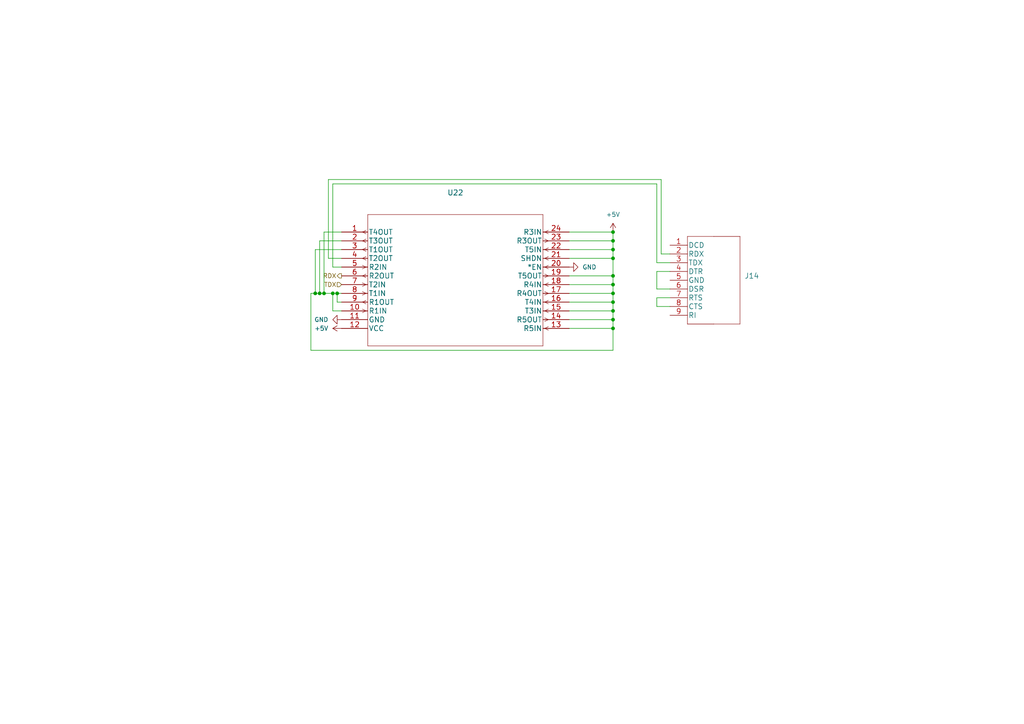
<source format=kicad_sch>
(kicad_sch (version 20211123) (generator eeschema)
  (paper "A4")
  (lib_symbols
    (symbol "DSUB-9:DSUB-9" (pin_names (offset 0.254))
      (property "Reference" "J" (at 8.89 6.35 0))
      (property "Value" "DSUB-9" (at 15.24 -8.89 0))
      (symbol "DSUB-9_1_1"
        (polyline (pts (xy 5.08 2.54) (xy 5.08 -22.86)) (stroke (width 0.127)))
        (polyline (pts (xy 12.7 -22.86) (xy 20.32 -22.86)) (stroke (width 0.127)))
        (polyline (pts (xy 12.7 2.54) (xy 5.08 2.54)) (stroke (width 0.127)))
        (polyline (pts (xy 20.32 -22.86) (xy 20.32 2.54)) (stroke (width 0.127)))
        (rectangle (start 5.08 -22.86) (end 12.7 -22.86))
        (rectangle (start 12.7 2.54) (end 20.32 2.54))
        (pin unspecified line (at 0 0 0) (length 5.08) (name "DCD") (number "1"))
        (pin unspecified line (at 0 -2.54 0) (length 5.08) (name "RDX") (number "2"))
        (pin unspecified line (at 0 -5.08 0) (length 5.08) (name "TDX") (number "3"))
        (pin unspecified line (at 0 -7.62 0) (length 5.08) (name "DTR") (number "4"))
        (pin unspecified line (at 0 -10.16 0) (length 5.08) (name "GND") (number "5"))
        (pin unspecified line (at 0 -12.7 0) (length 5.08) (name "DSR") (number "6"))
        (pin unspecified line (at 0 -15.24 0) (length 5.08) (name "RTS") (number "7"))
        (pin unspecified line (at 0 -17.78 0) (length 5.08) (name "CTS") (number "8"))
        (pin unspecified line (at 0 -20.32 0) (length 5.08) (name "RI") (number "9"))
      )
    )
    (symbol "max235cpg:max235cpg" (pin_names (offset 0.254))
      (property "Reference" "U" (at 33.02 10.16 0))
      (property "Value" "max235cpg" (at 33.02 7.62 0))
      (symbol "max235cpg_1_1"
        (polyline (pts (xy 7.112 -22.86) (xy 6.0452 -23.368)) (stroke (width 0.127)))
        (polyline (pts (xy 7.112 -22.86) (xy 6.0452 -22.352)) (stroke (width 0.127)))
        (polyline (pts (xy 7.112 -20.828) (xy 6.0452 -20.32)) (stroke (width 0.127)))
        (polyline (pts (xy 7.112 -19.812) (xy 6.0452 -20.32)) (stroke (width 0.127)))
        (polyline (pts (xy 7.112 -17.78) (xy 6.0452 -18.288)) (stroke (width 0.127)))
        (polyline (pts (xy 7.112 -17.78) (xy 6.0452 -17.272)) (stroke (width 0.127)))
        (polyline (pts (xy 7.112 -15.24) (xy 6.0452 -15.748)) (stroke (width 0.127)))
        (polyline (pts (xy 7.112 -15.24) (xy 6.0452 -14.732)) (stroke (width 0.127)))
        (polyline (pts (xy 7.112 -13.208) (xy 6.0452 -12.7)) (stroke (width 0.127)))
        (polyline (pts (xy 7.112 -12.192) (xy 6.0452 -12.7)) (stroke (width 0.127)))
        (polyline (pts (xy 7.112 -10.16) (xy 6.0452 -10.668)) (stroke (width 0.127)))
        (polyline (pts (xy 7.112 -10.16) (xy 6.0452 -9.652)) (stroke (width 0.127)))
        (polyline (pts (xy 7.112 -8.128) (xy 6.0452 -7.62)) (stroke (width 0.127)))
        (polyline (pts (xy 7.112 -7.112) (xy 6.0452 -7.62)) (stroke (width 0.127)))
        (polyline (pts (xy 7.112 -5.588) (xy 6.0452 -5.08)) (stroke (width 0.127)))
        (polyline (pts (xy 7.112 -4.572) (xy 6.0452 -5.08)) (stroke (width 0.127)))
        (polyline (pts (xy 7.112 -3.048) (xy 6.0452 -2.54)) (stroke (width 0.127)))
        (polyline (pts (xy 7.112 -2.032) (xy 6.0452 -2.54)) (stroke (width 0.127)))
        (polyline (pts (xy 7.112 -0.508) (xy 6.0452 0)) (stroke (width 0.127)))
        (polyline (pts (xy 7.112 0.508) (xy 6.0452 0)) (stroke (width 0.127)))
        (polyline (pts (xy 7.62 -33.02) (xy 58.42 -33.02)) (stroke (width 0.127)))
        (polyline (pts (xy 7.62 5.08) (xy 7.62 -33.02)) (stroke (width 0.127)))
        (polyline (pts (xy 58.42 -33.02) (xy 58.42 5.08)) (stroke (width 0.127)))
        (polyline (pts (xy 58.42 5.08) (xy 7.62 5.08)) (stroke (width 0.127)))
        (polyline (pts (xy 58.928 -27.94) (xy 59.9948 -28.448)) (stroke (width 0.127)))
        (polyline (pts (xy 58.928 -27.94) (xy 59.9948 -27.432)) (stroke (width 0.127)))
        (polyline (pts (xy 58.928 -25.908) (xy 59.9948 -25.4)) (stroke (width 0.127)))
        (polyline (pts (xy 58.928 -24.892) (xy 59.9948 -25.4)) (stroke (width 0.127)))
        (polyline (pts (xy 58.928 -22.86) (xy 59.9948 -23.368)) (stroke (width 0.127)))
        (polyline (pts (xy 58.928 -22.86) (xy 59.9948 -22.352)) (stroke (width 0.127)))
        (polyline (pts (xy 58.928 -20.32) (xy 59.9948 -20.828)) (stroke (width 0.127)))
        (polyline (pts (xy 58.928 -20.32) (xy 59.9948 -19.812)) (stroke (width 0.127)))
        (polyline (pts (xy 58.928 -18.288) (xy 59.9948 -17.78)) (stroke (width 0.127)))
        (polyline (pts (xy 58.928 -17.272) (xy 59.9948 -17.78)) (stroke (width 0.127)))
        (polyline (pts (xy 58.928 -15.24) (xy 59.9948 -15.748)) (stroke (width 0.127)))
        (polyline (pts (xy 58.928 -15.24) (xy 59.9948 -14.732)) (stroke (width 0.127)))
        (polyline (pts (xy 58.928 -13.208) (xy 59.9948 -12.7)) (stroke (width 0.127)))
        (polyline (pts (xy 58.928 -12.192) (xy 59.9948 -12.7)) (stroke (width 0.127)))
        (polyline (pts (xy 58.928 -10.16) (xy 59.9948 -10.668)) (stroke (width 0.127)))
        (polyline (pts (xy 58.928 -10.16) (xy 59.9948 -9.652)) (stroke (width 0.127)))
        (polyline (pts (xy 58.928 -7.62) (xy 59.9948 -8.128)) (stroke (width 0.127)))
        (polyline (pts (xy 58.928 -7.62) (xy 59.9948 -7.112)) (stroke (width 0.127)))
        (polyline (pts (xy 58.928 -5.08) (xy 59.9948 -5.588)) (stroke (width 0.127)))
        (polyline (pts (xy 58.928 -5.08) (xy 59.9948 -4.572)) (stroke (width 0.127)))
        (polyline (pts (xy 58.928 -3.048) (xy 59.9948 -2.54)) (stroke (width 0.127)))
        (polyline (pts (xy 58.928 -2.032) (xy 59.9948 -2.54)) (stroke (width 0.127)))
        (polyline (pts (xy 58.928 0) (xy 59.9948 -0.508)) (stroke (width 0.127)))
        (polyline (pts (xy 58.928 0) (xy 59.9948 0.508)) (stroke (width 0.127)))
        (pin output line (at 0 0 0) (length 7.62) (name "T4OUT") (number "1"))
        (pin input line (at 0 -22.86 0) (length 7.62) (name "R1IN") (number "10"))
        (pin power_in line (at 0 -25.4 0) (length 7.62) (name "GND") (number "11"))
        (pin power_in line (at 0 -27.94 0) (length 7.62) (name "VCC") (number "12"))
        (pin input line (at 66.04 -27.94 180) (length 7.62) (name "R5IN") (number "13"))
        (pin output line (at 66.04 -25.4 180) (length 7.62) (name "R5OUT") (number "14"))
        (pin input line (at 66.04 -22.86 180) (length 7.62) (name "T3IN") (number "15"))
        (pin input line (at 66.04 -20.32 180) (length 7.62) (name "T4IN") (number "16"))
        (pin output line (at 66.04 -17.78 180) (length 7.62) (name "R4OUT") (number "17"))
        (pin input line (at 66.04 -15.24 180) (length 7.62) (name "R4IN") (number "18"))
        (pin output line (at 66.04 -12.7 180) (length 7.62) (name "T5OUT") (number "19"))
        (pin output line (at 0 -2.54 0) (length 7.62) (name "T3OUT") (number "2"))
        (pin input line (at 66.04 -10.16 180) (length 7.62) (name "*EN") (number "20"))
        (pin input line (at 66.04 -7.62 180) (length 7.62) (name "SHDN") (number "21"))
        (pin input line (at 66.04 -5.08 180) (length 7.62) (name "T5IN") (number "22"))
        (pin output line (at 66.04 -2.54 180) (length 7.62) (name "R3OUT") (number "23"))
        (pin input line (at 66.04 0 180) (length 7.62) (name "R3IN") (number "24"))
        (pin output line (at 0 -5.08 0) (length 7.62) (name "T1OUT") (number "3"))
        (pin output line (at 0 -7.62 0) (length 7.62) (name "T2OUT") (number "4"))
        (pin input line (at 0 -10.16 0) (length 7.62) (name "R2IN") (number "5"))
        (pin output line (at 0 -12.7 0) (length 7.62) (name "R2OUT") (number "6"))
        (pin input line (at 0 -15.24 0) (length 7.62) (name "T2IN") (number "7"))
        (pin input line (at 0 -17.78 0) (length 7.62) (name "T1IN") (number "8"))
        (pin output line (at 0 -20.32 0) (length 7.62) (name "R1OUT") (number "9"))
      )
    )
    (symbol "power:+5V" (power) (pin_names (offset 0))
      (property "Value" "+5V" (at 0 3.556 0))
      (symbol "+5V_0_1"
        (polyline (pts (xy -0.762 1.27) (xy 0 2.54)))
        (polyline (pts (xy 0 0) (xy 0 2.54)))
        (polyline (pts (xy 0 2.54) (xy 0.762 1.27)))
      )
      (symbol "+5V_1_1"
        (pin power_in line (at 0 0 90) (length 0) hide (name "+5V") (number "1"))
      )
    )
    (symbol "power:GND" (power) (pin_names (offset 0))
      (property "Value" "GND" (at 0 -3.81 0))
      (symbol "GND_0_1"
        (polyline (pts (xy 0 0) (xy 0 -1.27) (xy 1.27 -1.27) (xy 0 -2.54) (xy -1.27 -1.27) (xy 0 -1.27)))
      )
      (symbol "GND_1_1"
        (pin power_in line (at 0 0 270) (length 0) hide (name "GND") (number "1"))
      )
    )
  )
  (junction (at 91.44 85.09))
  (junction (at 177.8 82.55))
  (junction (at 177.8 74.93))
  (junction (at 177.8 69.85))
  (junction (at 177.8 87.63))
  (junction (at 177.8 67.31))
  (junction (at 177.8 72.39))
  (junction (at 96.52 85.09))
  (junction (at 177.8 80.01))
  (junction (at 92.71 85.09))
  (junction (at 177.8 95.25))
  (junction (at 97.79 85.09))
  (junction (at 177.8 90.17))
  (junction (at 177.8 85.09))
  (junction (at 177.8 92.71))
  (junction (at 93.98 85.09))
  (wire (pts (xy 96.52 53.34) (xy 190.5 53.34)))
  (wire (pts (xy 191.77 52.07) (xy 191.77 73.66)))
  (wire (pts (xy 165.1 85.09) (xy 177.8 85.09)))
  (wire (pts (xy 165.1 74.93) (xy 177.8 74.93)))
  (wire (pts (xy 177.8 67.31) (xy 165.1 67.31)))
  (wire (pts (xy 99.06 90.17) (xy 96.52 90.17)))
  (wire (pts (xy 177.8 69.85) (xy 177.8 72.39)))
  (wire (pts (xy 194.31 88.9) (xy 190.5 88.9)))
  (wire (pts (xy 165.1 87.63) (xy 177.8 87.63)))
  (wire (pts (xy 190.5 76.2) (xy 194.31 76.2)))
  (wire (pts (xy 99.06 74.93) (xy 95.25 74.93)))
  (wire (pts (xy 165.1 92.71) (xy 177.8 92.71)))
  (wire (pts (xy 99.06 72.39) (xy 91.44 72.39)))
  (wire (pts (xy 190.5 83.82) (xy 190.5 78.74)))
  (wire (pts (xy 99.06 85.09) (xy 97.79 85.09)))
  (wire (pts (xy 194.31 83.82) (xy 190.5 83.82)))
  (wire (pts (xy 165.1 82.55) (xy 177.8 82.55)))
  (wire (pts (xy 177.8 72.39) (xy 177.8 74.93)))
  (wire (pts (xy 90.17 85.09) (xy 90.17 101.6)))
  (wire (pts (xy 177.8 101.6) (xy 177.8 95.25)))
  (wire (pts (xy 177.8 80.01) (xy 177.8 82.55)))
  (wire (pts (xy 92.71 69.85) (xy 92.71 85.09)))
  (wire (pts (xy 95.25 74.93) (xy 95.25 52.07)))
  (wire (pts (xy 92.71 85.09) (xy 91.44 85.09)))
  (wire (pts (xy 90.17 101.6) (xy 177.8 101.6)))
  (wire (pts (xy 93.98 67.31) (xy 93.98 85.09)))
  (wire (pts (xy 177.8 87.63) (xy 177.8 90.17)))
  (wire (pts (xy 177.8 74.93) (xy 177.8 80.01)))
  (wire (pts (xy 190.5 53.34) (xy 190.5 76.2)))
  (wire (pts (xy 190.5 88.9) (xy 190.5 86.36)))
  (wire (pts (xy 97.79 87.63) (xy 97.79 85.09)))
  (wire (pts (xy 165.1 95.25) (xy 177.8 95.25)))
  (wire (pts (xy 93.98 85.09) (xy 92.71 85.09)))
  (wire (pts (xy 97.79 85.09) (xy 96.52 85.09)))
  (wire (pts (xy 99.06 87.63) (xy 97.79 87.63)))
  (wire (pts (xy 190.5 78.74) (xy 194.31 78.74)))
  (wire (pts (xy 177.8 85.09) (xy 177.8 87.63)))
  (wire (pts (xy 165.1 80.01) (xy 177.8 80.01)))
  (wire (pts (xy 96.52 77.47) (xy 96.52 53.34)))
  (wire (pts (xy 99.06 77.47) (xy 96.52 77.47)))
  (wire (pts (xy 190.5 86.36) (xy 194.31 86.36)))
  (wire (pts (xy 99.06 67.31) (xy 93.98 67.31)))
  (wire (pts (xy 96.52 90.17) (xy 96.52 85.09)))
  (wire (pts (xy 177.8 90.17) (xy 177.8 92.71)))
  (wire (pts (xy 165.1 72.39) (xy 177.8 72.39)))
  (wire (pts (xy 177.8 67.31) (xy 177.8 69.85)))
  (wire (pts (xy 165.1 69.85) (xy 177.8 69.85)))
  (wire (pts (xy 191.77 73.66) (xy 194.31 73.66)))
  (wire (pts (xy 95.25 52.07) (xy 191.77 52.07)))
  (wire (pts (xy 177.8 82.55) (xy 177.8 85.09)))
  (wire (pts (xy 91.44 72.39) (xy 91.44 85.09)))
  (wire (pts (xy 177.8 92.71) (xy 177.8 95.25)))
  (wire (pts (xy 96.52 85.09) (xy 93.98 85.09)))
  (wire (pts (xy 91.44 85.09) (xy 90.17 85.09)))
  (wire (pts (xy 99.06 69.85) (xy 92.71 69.85)))
  (wire (pts (xy 165.1 90.17) (xy 177.8 90.17)))
  (hierarchical_label "TDX" (shape input) (at 99.06 82.55 180))
  (hierarchical_label "RDX" (shape output) (at 99.06 80.01 180))
  (symbol (lib_id "power:GND") (at 165.1 77.47 90) (unit 1)
    (property "Reference" "#PWR0133" (effects hide))
  )
  (symbol (lib_id "power:+5V") (at 177.8 67.31 0) (unit 1)
    (property "Reference" "#PWR0128" (effects hide))
  )
  (symbol (lib_id "max235cpg:max235cpg") (at 99.06 67.31 0) (unit 1)
    (property "Reference" "U22" (at 132.08 55.88 0) (effects (font (size 1.524 1.524))))
  )
  (symbol (lib_id "DSUB-9:DSUB-9") (at 194.31 71.12 0) (unit 1)
    (property "Reference" "J14" (at 215.9 80.01 0) (effects (font (size 1.524 1.524)) (justify left)))
  )
  (symbol (lib_id "power:+5V") (at 99.06 95.25 90) (unit 1)
    (property "Reference" "#PWR0129" (effects hide))
  )
  (symbol (lib_id "power:GND") (at 99.06 92.71 270) (unit 1)
    (property "Reference" "#PWR0130" (effects hide))
  )
)
</source>
